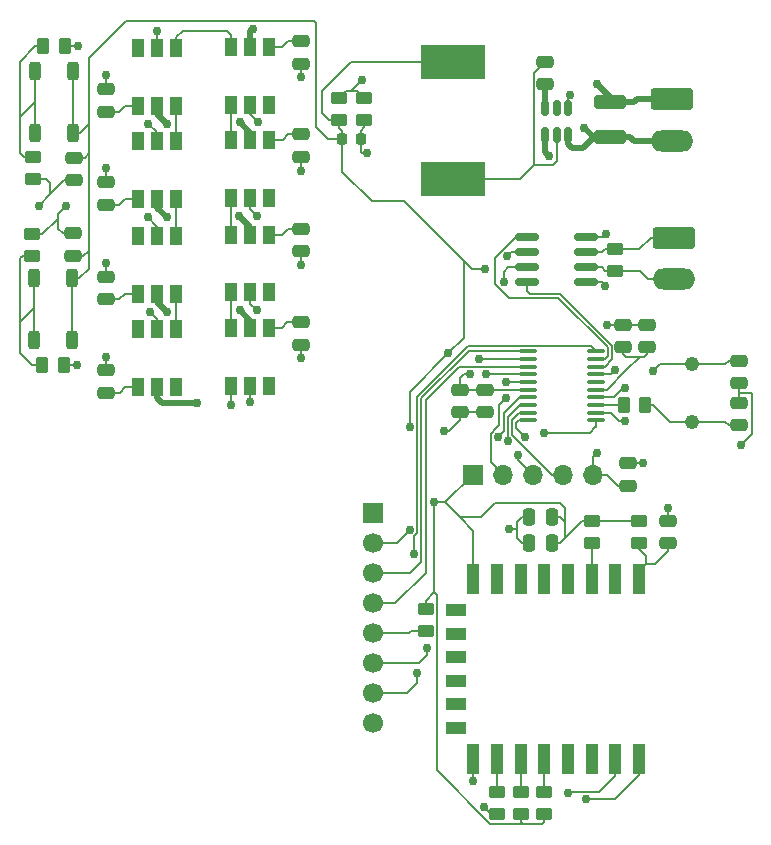
<source format=gbr>
%TF.GenerationSoftware,KiCad,Pcbnew,8.0.6*%
%TF.CreationDate,2024-12-14T14:20:07+01:00*%
%TF.ProjectId,PUEE,50554545-2e6b-4696-9361-645f70636258,rev?*%
%TF.SameCoordinates,Original*%
%TF.FileFunction,Copper,L1,Top*%
%TF.FilePolarity,Positive*%
%FSLAX46Y46*%
G04 Gerber Fmt 4.6, Leading zero omitted, Abs format (unit mm)*
G04 Created by KiCad (PCBNEW 8.0.6) date 2024-12-14 14:20:07*
%MOMM*%
%LPD*%
G01*
G04 APERTURE LIST*
G04 Aperture macros list*
%AMRoundRect*
0 Rectangle with rounded corners*
0 $1 Rounding radius*
0 $2 $3 $4 $5 $6 $7 $8 $9 X,Y pos of 4 corners*
0 Add a 4 corners polygon primitive as box body*
4,1,4,$2,$3,$4,$5,$6,$7,$8,$9,$2,$3,0*
0 Add four circle primitives for the rounded corners*
1,1,$1+$1,$2,$3*
1,1,$1+$1,$4,$5*
1,1,$1+$1,$6,$7*
1,1,$1+$1,$8,$9*
0 Add four rect primitives between the rounded corners*
20,1,$1+$1,$2,$3,$4,$5,0*
20,1,$1+$1,$4,$5,$6,$7,0*
20,1,$1+$1,$6,$7,$8,$9,0*
20,1,$1+$1,$8,$9,$2,$3,0*%
G04 Aperture macros list end*
%TA.AperFunction,SMDPad,CuDef*%
%ADD10RoundRect,0.250000X-0.475000X0.250000X-0.475000X-0.250000X0.475000X-0.250000X0.475000X0.250000X0*%
%TD*%
%TA.AperFunction,SMDPad,CuDef*%
%ADD11RoundRect,0.250000X-0.450000X0.262500X-0.450000X-0.262500X0.450000X-0.262500X0.450000X0.262500X0*%
%TD*%
%TA.AperFunction,SMDPad,CuDef*%
%ADD12RoundRect,0.250000X0.475000X-0.250000X0.475000X0.250000X-0.475000X0.250000X-0.475000X-0.250000X0*%
%TD*%
%TA.AperFunction,SMDPad,CuDef*%
%ADD13RoundRect,0.250000X-0.250000X-0.475000X0.250000X-0.475000X0.250000X0.475000X-0.250000X0.475000X0*%
%TD*%
%TA.AperFunction,SMDPad,CuDef*%
%ADD14R,1.000000X1.500000*%
%TD*%
%TA.AperFunction,ComponentPad*%
%ADD15RoundRect,0.250000X-1.550000X0.650000X-1.550000X-0.650000X1.550000X-0.650000X1.550000X0.650000X0*%
%TD*%
%TA.AperFunction,ComponentPad*%
%ADD16O,3.600000X1.800000*%
%TD*%
%TA.AperFunction,SMDPad,CuDef*%
%ADD17RoundRect,0.250000X0.450000X-0.262500X0.450000X0.262500X-0.450000X0.262500X-0.450000X-0.262500X0*%
%TD*%
%TA.AperFunction,SMDPad,CuDef*%
%ADD18RoundRect,0.250000X-0.250000X0.525000X-0.250000X-0.525000X0.250000X-0.525000X0.250000X0.525000X0*%
%TD*%
%TA.AperFunction,SMDPad,CuDef*%
%ADD19RoundRect,0.100000X0.637500X0.100000X-0.637500X0.100000X-0.637500X-0.100000X0.637500X-0.100000X0*%
%TD*%
%TA.AperFunction,SMDPad,CuDef*%
%ADD20RoundRect,0.250000X0.262500X0.450000X-0.262500X0.450000X-0.262500X-0.450000X0.262500X-0.450000X0*%
%TD*%
%TA.AperFunction,SMDPad,CuDef*%
%ADD21R,5.400000X2.900000*%
%TD*%
%TA.AperFunction,ComponentPad*%
%ADD22C,1.219200*%
%TD*%
%TA.AperFunction,ComponentPad*%
%ADD23R,1.700000X1.700000*%
%TD*%
%TA.AperFunction,ComponentPad*%
%ADD24C,1.700000*%
%TD*%
%TA.AperFunction,SMDPad,CuDef*%
%ADD25RoundRect,0.250000X-1.100000X0.325000X-1.100000X-0.325000X1.100000X-0.325000X1.100000X0.325000X0*%
%TD*%
%TA.AperFunction,SMDPad,CuDef*%
%ADD26R,1.000000X2.500000*%
%TD*%
%TA.AperFunction,SMDPad,CuDef*%
%ADD27R,1.800000X1.000000*%
%TD*%
%TA.AperFunction,ComponentPad*%
%ADD28O,1.700000X1.700000*%
%TD*%
%TA.AperFunction,SMDPad,CuDef*%
%ADD29RoundRect,0.250000X0.250000X-0.525000X0.250000X0.525000X-0.250000X0.525000X-0.250000X-0.525000X0*%
%TD*%
%TA.AperFunction,SMDPad,CuDef*%
%ADD30RoundRect,0.150000X-0.825000X-0.150000X0.825000X-0.150000X0.825000X0.150000X-0.825000X0.150000X0*%
%TD*%
%TA.AperFunction,SMDPad,CuDef*%
%ADD31RoundRect,0.225000X-0.225000X-0.250000X0.225000X-0.250000X0.225000X0.250000X-0.225000X0.250000X0*%
%TD*%
%TA.AperFunction,SMDPad,CuDef*%
%ADD32RoundRect,0.150000X0.150000X-0.512500X0.150000X0.512500X-0.150000X0.512500X-0.150000X-0.512500X0*%
%TD*%
%TA.AperFunction,ViaPad*%
%ADD33C,0.750000*%
%TD*%
%TA.AperFunction,Conductor*%
%ADD34C,0.200000*%
%TD*%
%TA.AperFunction,Conductor*%
%ADD35C,0.500000*%
%TD*%
G04 APERTURE END LIST*
D10*
%TO.P,C7,1*%
%TO.N,Net-(U1-PF0)*%
X177500000Y-76892400D03*
%TO.P,C7,2*%
%TO.N,-12V*%
X177500000Y-78792400D03*
%TD*%
D11*
%TO.P,R2,1*%
%TO.N,VDD*%
X169000000Y-90487500D03*
%TO.P,R2,2*%
%TO.N,Net-(U2-~{RST})*%
X169000000Y-92312500D03*
%TD*%
D12*
%TO.P,C22,1*%
%TO.N,Net-(U11-NC)*%
X123925000Y-79610000D03*
%TO.P,C22,2*%
%TO.N,-12V*%
X123925000Y-77710000D03*
%TD*%
D13*
%TO.P,C10,1*%
%TO.N,-12V*%
X159750000Y-92325000D03*
%TO.P,C10,2*%
%TO.N,VDD*%
X161650000Y-92325000D03*
%TD*%
D14*
%TO.P,U11,1,NC*%
%TO.N,Net-(U11-NC)*%
X126625000Y-79125000D03*
%TO.P,U11,2,VDD*%
%TO.N,+12V*%
X128225000Y-79125000D03*
%TO.P,U11,3,DO*%
%TO.N,unconnected-(U11-DO-Pad3)*%
X129825000Y-79125000D03*
%TO.P,U11,4,DI*%
%TO.N,Net-(U10-DO)*%
X129825000Y-74225000D03*
%TO.P,U11,5,GND*%
%TO.N,-12V*%
X128225000Y-74225000D03*
%TO.P,U11,6,BI*%
%TO.N,unconnected-(U11-BI-Pad6)*%
X126625000Y-74225000D03*
%TD*%
D15*
%TO.P,J1,1,Pin_1*%
%TO.N,/CAN_H*%
X172000000Y-66500000D03*
D16*
%TO.P,J1,2,Pin_2*%
%TO.N,/CAN_L*%
X172000000Y-70000000D03*
%TD*%
D17*
%TO.P,R7,1*%
%TO.N,Net-(R7-Pad1)*%
X117650000Y-68012500D03*
%TO.P,R7,2*%
%TO.N,/GPIO_Button2*%
X117650000Y-66187500D03*
%TD*%
%TO.P,R6,1*%
%TO.N,-12V*%
X157000000Y-115262500D03*
%TO.P,R6,2*%
%TO.N,Net-(U2-GPIO15)*%
X157000000Y-113437500D03*
%TD*%
D18*
%TO.P,SW2,1,1*%
%TO.N,VDD*%
X121100000Y-52375000D03*
X121100000Y-57625000D03*
%TO.P,SW2,2,2*%
%TO.N,Net-(R10-Pad2)*%
X117900000Y-52375000D03*
X117900000Y-57625000D03*
%TD*%
D11*
%TO.P,R11,1*%
%TO.N,/CAN_H*%
X167025000Y-67452500D03*
%TO.P,R11,2*%
%TO.N,/CAN_L*%
X167025000Y-69277500D03*
%TD*%
D12*
%TO.P,C21,1*%
%TO.N,Net-(U10-NC)*%
X123925000Y-71710000D03*
%TO.P,C21,2*%
%TO.N,-12V*%
X123925000Y-69810000D03*
%TD*%
D14*
%TO.P,U6,1,NC*%
%TO.N,Net-(U6-NC)*%
X137700000Y-58225000D03*
%TO.P,U6,2,VDD*%
%TO.N,+12V*%
X136100000Y-58225000D03*
%TO.P,U6,3,DO*%
%TO.N,Net-(U6-DO)*%
X134500000Y-58225000D03*
%TO.P,U6,4,DI*%
%TO.N,Net-(U5-DO)*%
X134500000Y-63125000D03*
%TO.P,U6,5,GND*%
%TO.N,-12V*%
X136100000Y-63125000D03*
%TO.P,U6,6,BI*%
%TO.N,unconnected-(U6-BI-Pad6)*%
X137700000Y-63125000D03*
%TD*%
D19*
%TO.P,U1,1,PB8*%
%TO.N,/GPIO_OLED*%
X165375000Y-81950000D03*
%TO.P,U1,2,PF0*%
%TO.N,Net-(U1-PF0)*%
X165375000Y-81300000D03*
%TO.P,U1,3,PF1*%
%TO.N,Net-(U1-PF1)*%
X165375000Y-80650000D03*
%TO.P,U1,4,NRST*%
%TO.N,/NRST*%
X165375000Y-80000000D03*
%TO.P,U1,5,VDDA*%
%TO.N,VDDA*%
X165375000Y-79350000D03*
%TO.P,U1,6,PA0*%
%TO.N,unconnected-(U1-PA0-Pad6)*%
X165375000Y-78700000D03*
%TO.P,U1,7,PA1*%
%TO.N,/GPIO_Button1*%
X165375000Y-78050000D03*
%TO.P,U1,8,PA2*%
%TO.N,/USART2_TX*%
X165375000Y-77400000D03*
%TO.P,U1,9,PA3*%
%TO.N,/USART2_RX*%
X165375000Y-76750000D03*
%TO.P,U1,10,PA4*%
%TO.N,/SPI1_NSS*%
X165375000Y-76100000D03*
%TO.P,U1,11,PA5*%
%TO.N,/SPI1_SCK*%
X159650000Y-76100000D03*
%TO.P,U1,12,PA6*%
%TO.N,/GPIO_LED_RELAY1*%
X159650000Y-76750000D03*
%TO.P,U1,13,PA7*%
%TO.N,/SPI1_MOSI*%
X159650000Y-77400000D03*
%TO.P,U1,14,PB1*%
%TO.N,/GPIO_Button2*%
X159650000Y-78050000D03*
%TO.P,U1,15,VSSA*%
%TO.N,-12V*%
X159650000Y-78700000D03*
%TO.P,U1,16,VDD*%
%TO.N,VDD*%
X159650000Y-79350000D03*
%TO.P,U1,17,PA9/PA11*%
%TO.N,/USART1_TX*%
X159650000Y-80000000D03*
%TO.P,U1,18,PA10/PA12*%
%TO.N,/USART1_RX*%
X159650000Y-80650000D03*
%TO.P,U1,19,PA13*%
%TO.N,/SWDIO*%
X159650000Y-81300000D03*
%TO.P,U1,20,PA14*%
%TO.N,/SWCLK*%
X159650000Y-81950000D03*
%TD*%
D10*
%TO.P,C18,1*%
%TO.N,Net-(U7-NC)*%
X140400000Y-49840000D03*
%TO.P,C18,2*%
%TO.N,-12V*%
X140400000Y-51740000D03*
%TD*%
D13*
%TO.P,C9,1*%
%TO.N,-12V*%
X159750000Y-90125000D03*
%TO.P,C9,2*%
%TO.N,VDD*%
X161650000Y-90125000D03*
%TD*%
D12*
%TO.P,C13,1*%
%TO.N,VDD*%
X121100000Y-68030000D03*
%TO.P,C13,2*%
%TO.N,/GPIO_Button2*%
X121100000Y-66130000D03*
%TD*%
D20*
%TO.P,R9,1*%
%TO.N,-12V*%
X120312500Y-77250000D03*
%TO.P,R9,2*%
%TO.N,Net-(R7-Pad1)*%
X118487500Y-77250000D03*
%TD*%
D15*
%TO.P,J2,1,Pin_1*%
%TO.N,-12V*%
X171857500Y-54767500D03*
D16*
%TO.P,J2,2,Pin_2*%
%TO.N,+12V*%
X171857500Y-58267500D03*
%TD*%
D21*
%TO.P,L1,1,1*%
%TO.N,Net-(U3-SW)*%
X153300000Y-61525000D03*
%TO.P,L1,2,2*%
%TO.N,VDD*%
X153300000Y-51625000D03*
%TD*%
D12*
%TO.P,C19,1*%
%TO.N,Net-(U8-NC)*%
X123925000Y-55810000D03*
%TO.P,C19,2*%
%TO.N,-12V*%
X123925000Y-53910000D03*
%TD*%
D11*
%TO.P,R4,1*%
%TO.N,Net-(U2-GPIO0)*%
X161000000Y-113437500D03*
%TO.P,R4,2*%
%TO.N,VDD*%
X161000000Y-115262500D03*
%TD*%
%TO.P,R5,1*%
%TO.N,Net-(U2-GPIO2)*%
X159000000Y-113437500D03*
%TO.P,R5,2*%
%TO.N,VDD*%
X159000000Y-115262500D03*
%TD*%
D17*
%TO.P,R14,1*%
%TO.N,Net-(Brd1-RES)*%
X150950000Y-99762500D03*
%TO.P,R14,2*%
%TO.N,VDD*%
X150950000Y-97937500D03*
%TD*%
D12*
%TO.P,C12,1*%
%TO.N,Net-(U3-BOOT)*%
X161090000Y-53480000D03*
%TO.P,C12,2*%
%TO.N,Net-(U3-SW)*%
X161090000Y-51580000D03*
%TD*%
D22*
%TO.P,Y2,1,1*%
%TO.N,Net-(C6-Pad1)*%
X173525000Y-82065000D03*
%TO.P,Y2,2,2*%
%TO.N,Net-(U1-PF0)*%
X173525000Y-77184999D03*
%TD*%
D10*
%TO.P,C2,1*%
%TO.N,VDD*%
X156000000Y-79350000D03*
%TO.P,C2,2*%
%TO.N,-12V*%
X156000000Y-81250000D03*
%TD*%
%TO.P,C1,1*%
%TO.N,VDD*%
X153875000Y-79350000D03*
%TO.P,C1,2*%
%TO.N,-12V*%
X153875000Y-81250000D03*
%TD*%
D23*
%TO.P,Brd1,1,GND*%
%TO.N,-12V*%
X146500000Y-89800000D03*
D24*
%TO.P,Brd1,2,VCC*%
%TO.N,VDD*%
X146500000Y-92340000D03*
%TO.P,Brd1,3,D0*%
%TO.N,/SPI1_SCK*%
X146500000Y-94880000D03*
%TO.P,Brd1,4,D1*%
%TO.N,/SPI1_MOSI*%
X146500000Y-97420000D03*
%TO.P,Brd1,5,RES*%
%TO.N,Net-(Brd1-RES)*%
X146500000Y-99960000D03*
%TO.P,Brd1,6,DC*%
%TO.N,/GPIO_OLED*%
X146500000Y-102500000D03*
%TO.P,Brd1,7,CS*%
%TO.N,/SPI1_NSS*%
X146500000Y-105040000D03*
%TO.P,Brd1,8*%
%TO.N,N/C*%
X146500000Y-107580000D03*
%TD*%
D25*
%TO.P,C11,1*%
%TO.N,-12V*%
X166600000Y-55025000D03*
%TO.P,C11,2*%
%TO.N,+12V*%
X166600000Y-57975000D03*
%TD*%
D26*
%TO.P,U2,1,~{RST}*%
%TO.N,Net-(U2-~{RST})*%
X169000000Y-95400000D03*
%TO.P,U2,2,ADC*%
%TO.N,unconnected-(U2-ADC-Pad2)*%
X167000000Y-95400000D03*
%TO.P,U2,3,EN*%
%TO.N,Net-(U2-EN)*%
X165000000Y-95400000D03*
%TO.P,U2,4,GPIO16*%
%TO.N,unconnected-(U2-GPIO16-Pad4)*%
X163000000Y-95400000D03*
%TO.P,U2,5,GPIO14*%
%TO.N,unconnected-(U2-GPIO14-Pad5)*%
X161000000Y-95400000D03*
%TO.P,U2,6,GPIO12*%
%TO.N,unconnected-(U2-GPIO12-Pad6)*%
X159000000Y-95400000D03*
%TO.P,U2,7,GPIO13*%
%TO.N,unconnected-(U2-GPIO13-Pad7)*%
X157000000Y-95400000D03*
%TO.P,U2,8,VCC*%
%TO.N,VDD*%
X155000000Y-95400000D03*
D27*
%TO.P,U2,9,CS0*%
%TO.N,unconnected-(U2-CS0-Pad9)*%
X153500000Y-98000000D03*
%TO.P,U2,10,MISO*%
%TO.N,unconnected-(U2-MISO-Pad10)*%
X153500000Y-100000000D03*
%TO.P,U2,11,GPIO9*%
%TO.N,unconnected-(U2-GPIO9-Pad11)*%
X153500000Y-102000000D03*
%TO.P,U2,12,GPIO10*%
%TO.N,unconnected-(U2-GPIO10-Pad12)*%
X153500000Y-104000000D03*
%TO.P,U2,13,MOSI*%
%TO.N,unconnected-(U2-MOSI-Pad13)*%
X153500000Y-106000000D03*
%TO.P,U2,14,SCLK*%
%TO.N,unconnected-(U2-SCLK-Pad14)*%
X153500000Y-108000000D03*
D26*
%TO.P,U2,15,GND*%
%TO.N,-12V*%
X155000000Y-110600000D03*
%TO.P,U2,16,GPIO15*%
%TO.N,Net-(U2-GPIO15)*%
X157000000Y-110600000D03*
%TO.P,U2,17,GPIO2*%
%TO.N,Net-(U2-GPIO2)*%
X159000000Y-110600000D03*
%TO.P,U2,18,GPIO0*%
%TO.N,Net-(U2-GPIO0)*%
X161000000Y-110600000D03*
%TO.P,U2,19,GPIO4*%
%TO.N,unconnected-(U2-GPIO4-Pad19)*%
X163000000Y-110600000D03*
%TO.P,U2,20,GPIO5*%
%TO.N,unconnected-(U2-GPIO5-Pad20)*%
X165000000Y-110600000D03*
%TO.P,U2,21,GPIO3/RXD*%
%TO.N,/USART1_TX*%
X167000000Y-110600000D03*
%TO.P,U2,22,GPIO1/TXD*%
%TO.N,/USART1_RX*%
X169000000Y-110600000D03*
%TD*%
D10*
%TO.P,C16,1*%
%TO.N,Net-(U5-NC)*%
X140400000Y-65740000D03*
%TO.P,C16,2*%
%TO.N,-12V*%
X140400000Y-67640000D03*
%TD*%
D14*
%TO.P,U8,1,NC*%
%TO.N,Net-(U8-NC)*%
X126625000Y-55325000D03*
%TO.P,U8,2,VDD*%
%TO.N,+12V*%
X128225000Y-55325000D03*
%TO.P,U8,3,DO*%
%TO.N,Net-(U8-DO)*%
X129825000Y-55325000D03*
%TO.P,U8,4,DI*%
%TO.N,Net-(U7-DO)*%
X129825000Y-50425000D03*
%TO.P,U8,5,GND*%
%TO.N,-12V*%
X128225000Y-50425000D03*
%TO.P,U8,6,BI*%
%TO.N,unconnected-(U8-BI-Pad6)*%
X126625000Y-50425000D03*
%TD*%
D20*
%TO.P,R10,1*%
%TO.N,-12V*%
X120412500Y-50250000D03*
%TO.P,R10,2*%
%TO.N,Net-(R10-Pad2)*%
X118587500Y-50250000D03*
%TD*%
D14*
%TO.P,U5,1,NC*%
%TO.N,Net-(U5-NC)*%
X137700000Y-66225000D03*
%TO.P,U5,2,VDD*%
%TO.N,+12V*%
X136100000Y-66225000D03*
%TO.P,U5,3,DO*%
%TO.N,Net-(U5-DO)*%
X134500000Y-66225000D03*
%TO.P,U5,4,DI*%
%TO.N,Net-(U4-DO)*%
X134500000Y-71125000D03*
%TO.P,U5,5,GND*%
%TO.N,-12V*%
X136100000Y-71125000D03*
%TO.P,U5,6,BI*%
%TO.N,unconnected-(U5-BI-Pad6)*%
X137700000Y-71125000D03*
%TD*%
D10*
%TO.P,C17,1*%
%TO.N,Net-(U6-NC)*%
X140400000Y-57740000D03*
%TO.P,C17,2*%
%TO.N,-12V*%
X140400000Y-59640000D03*
%TD*%
D12*
%TO.P,C5,1*%
%TO.N,/NRST*%
X168125000Y-87500000D03*
%TO.P,C5,2*%
%TO.N,-12V*%
X168125000Y-85600000D03*
%TD*%
D17*
%TO.P,R12,1*%
%TO.N,VDD*%
X143625000Y-56525000D03*
%TO.P,R12,2*%
%TO.N,Net-(U3-FB)*%
X143625000Y-54700000D03*
%TD*%
D23*
%TO.P,J7,1,Pin_1*%
%TO.N,VDD*%
X154962500Y-86550000D03*
D28*
%TO.P,J7,2,Pin_2*%
%TO.N,-12V*%
X157502500Y-86550000D03*
%TO.P,J7,3,Pin_3*%
%TO.N,/SWCLK*%
X160042500Y-86550000D03*
%TO.P,J7,4,Pin_4*%
%TO.N,/SWDIO*%
X162582500Y-86550000D03*
%TO.P,J7,5,Pin_5*%
%TO.N,/NRST*%
X165122500Y-86550000D03*
%TD*%
D14*
%TO.P,U7,1,NC*%
%TO.N,Net-(U7-NC)*%
X137700000Y-50325000D03*
%TO.P,U7,2,VDD*%
%TO.N,+12V*%
X136100000Y-50325000D03*
%TO.P,U7,3,DO*%
%TO.N,Net-(U7-DO)*%
X134500000Y-50325000D03*
%TO.P,U7,4,DI*%
%TO.N,Net-(U6-DO)*%
X134500000Y-55225000D03*
%TO.P,U7,5,GND*%
%TO.N,-12V*%
X136100000Y-55225000D03*
%TO.P,U7,6,BI*%
%TO.N,unconnected-(U7-BI-Pad6)*%
X137700000Y-55225000D03*
%TD*%
D10*
%TO.P,C8,1*%
%TO.N,-12V*%
X171500000Y-90430000D03*
%TO.P,C8,2*%
%TO.N,Net-(U2-~{RST})*%
X171500000Y-92330000D03*
%TD*%
D17*
%TO.P,R8,1*%
%TO.N,/GPIO_Button1*%
X117750000Y-61512500D03*
%TO.P,R8,2*%
%TO.N,Net-(R10-Pad2)*%
X117750000Y-59687500D03*
%TD*%
D12*
%TO.P,C3,1*%
%TO.N,VDDA*%
X169675000Y-75750000D03*
%TO.P,C3,2*%
%TO.N,-12V*%
X169675000Y-73850000D03*
%TD*%
%TO.P,C4,1*%
%TO.N,VDDA*%
X167700000Y-75750000D03*
%TO.P,C4,2*%
%TO.N,-12V*%
X167700000Y-73850000D03*
%TD*%
D14*
%TO.P,U4,1,NC*%
%TO.N,Net-(U4-NC)*%
X137700000Y-74125000D03*
%TO.P,U4,2,VDD*%
%TO.N,+12V*%
X136100000Y-74125000D03*
%TO.P,U4,3,DO*%
%TO.N,Net-(U4-DO)*%
X134500000Y-74125000D03*
%TO.P,U4,4,DI*%
%TO.N,/GPIO_LED_RELAY1*%
X134500000Y-79025000D03*
%TO.P,U4,5,GND*%
%TO.N,-12V*%
X136100000Y-79025000D03*
%TO.P,U4,6,BI*%
%TO.N,unconnected-(U4-BI-Pad6)*%
X137700000Y-79025000D03*
%TD*%
D12*
%TO.P,C6,1*%
%TO.N,Net-(C6-Pad1)*%
X177500000Y-82357600D03*
%TO.P,C6,2*%
%TO.N,-12V*%
X177500000Y-80457600D03*
%TD*%
D11*
%TO.P,R3,1*%
%TO.N,VDD*%
X165000000Y-90487500D03*
%TO.P,R3,2*%
%TO.N,Net-(U2-EN)*%
X165000000Y-92312500D03*
%TD*%
D14*
%TO.P,U10,1,NC*%
%TO.N,Net-(U10-NC)*%
X126625000Y-71225000D03*
%TO.P,U10,2,VDD*%
%TO.N,+12V*%
X128225000Y-71225000D03*
%TO.P,U10,3,DO*%
%TO.N,Net-(U10-DO)*%
X129825000Y-71225000D03*
%TO.P,U10,4,DI*%
%TO.N,Net-(U10-DI)*%
X129825000Y-66325000D03*
%TO.P,U10,5,GND*%
%TO.N,-12V*%
X128225000Y-66325000D03*
%TO.P,U10,6,BI*%
%TO.N,unconnected-(U10-BI-Pad6)*%
X126625000Y-66325000D03*
%TD*%
D20*
%TO.P,R1,1*%
%TO.N,Net-(C6-Pad1)*%
X169537500Y-80650000D03*
%TO.P,R1,2*%
%TO.N,Net-(U1-PF1)*%
X167712500Y-80650000D03*
%TD*%
D14*
%TO.P,U9,1,NC*%
%TO.N,Net-(U9-NC)*%
X126625000Y-63225000D03*
%TO.P,U9,2,VDD*%
%TO.N,+12V*%
X128225000Y-63225000D03*
%TO.P,U9,3,DO*%
%TO.N,Net-(U10-DI)*%
X129825000Y-63225000D03*
%TO.P,U9,4,DI*%
%TO.N,Net-(U8-DO)*%
X129825000Y-58325000D03*
%TO.P,U9,5,GND*%
%TO.N,-12V*%
X128225000Y-58325000D03*
%TO.P,U9,6,BI*%
%TO.N,unconnected-(U9-BI-Pad6)*%
X126625000Y-58325000D03*
%TD*%
D29*
%TO.P,SW1,1,1*%
%TO.N,Net-(R7-Pad1)*%
X117800000Y-75125000D03*
X117800000Y-69875000D03*
%TO.P,SW1,2,2*%
%TO.N,VDD*%
X121000000Y-75125000D03*
X121000000Y-69875000D03*
%TD*%
D10*
%TO.P,C15,1*%
%TO.N,Net-(U4-NC)*%
X140400000Y-73640000D03*
%TO.P,C15,2*%
%TO.N,-12V*%
X140400000Y-75540000D03*
%TD*%
D30*
%TO.P,U13,1,D*%
%TO.N,/USART2_RX*%
X159550000Y-66460000D03*
%TO.P,U13,2,GND*%
%TO.N,-12V*%
X159550000Y-67730000D03*
%TO.P,U13,3,VCC*%
%TO.N,VDD*%
X159550000Y-69000000D03*
%TO.P,U13,4,R*%
%TO.N,/USART2_TX*%
X159550000Y-70270000D03*
%TO.P,U13,5,Vref*%
%TO.N,-12V*%
X164500000Y-70270000D03*
%TO.P,U13,6,CANL*%
%TO.N,/CAN_L*%
X164500000Y-69000000D03*
%TO.P,U13,7,CANH*%
%TO.N,/CAN_H*%
X164500000Y-67730000D03*
%TO.P,U13,8,Rs*%
%TO.N,-12V*%
X164500000Y-66460000D03*
%TD*%
D11*
%TO.P,R13,1*%
%TO.N,Net-(U3-FB)*%
X145725000Y-54700000D03*
%TO.P,R13,2*%
%TO.N,-12V*%
X145725000Y-56525000D03*
%TD*%
D31*
%TO.P,C23,1*%
%TO.N,VDD*%
X143900000Y-58100000D03*
%TO.P,C23,2*%
%TO.N,-12V*%
X145450000Y-58100000D03*
%TD*%
D32*
%TO.P,U3,1,GND*%
%TO.N,-12V*%
X161087500Y-57762500D03*
%TO.P,U3,2,SW*%
%TO.N,Net-(U3-SW)*%
X162037500Y-57762500D03*
%TO.P,U3,3,VIN*%
%TO.N,+12V*%
X162987500Y-57762500D03*
%TO.P,U3,4,FB*%
%TO.N,Net-(U3-FB)*%
X162987500Y-55487500D03*
%TO.P,U3,5,EN*%
%TO.N,unconnected-(U3-EN-Pad5)*%
X162037500Y-55487500D03*
%TO.P,U3,6,BOOT*%
%TO.N,Net-(U3-BOOT)*%
X161087500Y-55487500D03*
%TD*%
D12*
%TO.P,C20,1*%
%TO.N,Net-(U9-NC)*%
X123925000Y-63710000D03*
%TO.P,C20,2*%
%TO.N,-12V*%
X123925000Y-61810000D03*
%TD*%
D10*
%TO.P,C14,1*%
%TO.N,VDD*%
X121200000Y-59700000D03*
%TO.P,C14,2*%
%TO.N,/GPIO_Button1*%
X121200000Y-61600000D03*
%TD*%
D33*
%TO.N,VDD*%
X151700000Y-88900000D03*
X152875000Y-76275000D03*
X156000000Y-69150000D03*
X149625000Y-82550000D03*
X149625000Y-91225000D03*
X157550000Y-70225000D03*
X154725000Y-78050000D03*
%TO.N,/GPIO_OLED*%
X160950000Y-83000000D03*
X151100000Y-101250000D03*
%TO.N,/SPI1_NSS*%
X150250000Y-103350000D03*
X149950000Y-93300000D03*
%TO.N,-12V*%
X140400000Y-68825000D03*
X121450000Y-77250000D03*
X157859442Y-68059443D03*
X165475000Y-53475000D03*
X152500000Y-82850000D03*
X123925000Y-68650000D03*
X166200000Y-66150000D03*
X136650000Y-64625000D03*
X123925000Y-76550000D03*
X161412500Y-59536722D03*
X136100000Y-80375000D03*
X166350000Y-73850000D03*
X157800000Y-80100000D03*
X140400000Y-76700000D03*
X166150000Y-70550000D03*
X123925000Y-52750000D03*
X177650000Y-84050000D03*
X127450000Y-64775000D03*
X128225000Y-48975000D03*
X136800000Y-56725000D03*
X140400000Y-60825000D03*
X158050000Y-91150000D03*
X155872425Y-114677575D03*
X145954442Y-59345558D03*
X140400000Y-52900000D03*
X121525000Y-50250000D03*
X157800000Y-78700000D03*
X123925000Y-60600000D03*
X169400000Y-85600000D03*
X155000000Y-112450000D03*
X127475000Y-56825000D03*
X136650000Y-72625000D03*
X127600000Y-72775000D03*
X171500000Y-89400000D03*
%TO.N,/NRST*%
X165425000Y-84725000D03*
X167800000Y-79250000D03*
%TO.N,Net-(U1-PF0)*%
X167800000Y-82000000D03*
X170225000Y-77750000D03*
%TO.N,+12V*%
X131625000Y-80475000D03*
X164325000Y-57175000D03*
X135200000Y-72625000D03*
X135200000Y-56700000D03*
X129050000Y-72775000D03*
X136300000Y-48800000D03*
X129050000Y-56825000D03*
X135175000Y-64625000D03*
X129050000Y-64775000D03*
%TO.N,/GPIO_Button2*%
X120475000Y-63800000D03*
X156075000Y-78050000D03*
%TO.N,/GPIO_Button1*%
X118200000Y-63775000D03*
X167025000Y-77700000D03*
%TO.N,/GPIO_LED_RELAY1*%
X155450000Y-76775000D03*
X134500000Y-80650000D03*
%TO.N,/SWCLK*%
X158800000Y-84875000D03*
X159329442Y-83320558D03*
%TO.N,Net-(U3-FB)*%
X145600000Y-53150000D03*
X163150000Y-54400000D03*
%TO.N,/USART1_RX*%
X157907672Y-83666557D03*
X164500000Y-114050000D03*
%TO.N,/USART1_TX*%
X157075000Y-83325000D03*
X163050000Y-113500000D03*
%TD*%
D34*
%TO.N,VDD*%
X121100000Y-57625000D02*
X121700000Y-57625000D01*
X154169974Y-78050000D02*
X154725000Y-78050000D01*
X162325000Y-90125000D02*
X162750000Y-90550000D01*
X143900000Y-58100000D02*
X142650000Y-58100000D01*
X153875000Y-79350000D02*
X156000000Y-79350000D01*
X143900000Y-57475000D02*
X143900000Y-58100000D01*
X151700000Y-96525000D02*
X151700000Y-88900000D01*
X162750000Y-91900000D02*
X162325000Y-92325000D01*
X162750000Y-90550000D02*
X162750000Y-91900000D01*
X165000000Y-90487500D02*
X164162500Y-90487500D01*
X161650000Y-90125000D02*
X162325000Y-90125000D01*
X141650000Y-48300000D02*
X141525000Y-48175000D01*
X151900000Y-111589034D02*
X156410966Y-116100000D01*
X142650000Y-58100000D02*
X141650000Y-57100000D01*
X142800000Y-56525000D02*
X143625000Y-56525000D01*
X151700000Y-96525000D02*
X151900000Y-96725000D01*
X121700000Y-57625000D02*
X122425000Y-56900000D01*
X143625000Y-57200000D02*
X143900000Y-57475000D01*
X154200000Y-68475000D02*
X154200000Y-74950000D01*
X122425000Y-67500000D02*
X122425000Y-66705000D01*
X144625000Y-51625000D02*
X142175000Y-54075000D01*
X121100000Y-68030000D02*
X121970000Y-68030000D01*
X121000000Y-69875000D02*
X121650000Y-69875000D01*
X161000000Y-115925000D02*
X160825000Y-116100000D01*
X152612500Y-88900000D02*
X153843750Y-90131250D01*
X155650000Y-90125000D02*
X153850000Y-90125000D01*
X154200000Y-74950000D02*
X152875000Y-76275000D01*
X154200000Y-68475000D02*
X154875000Y-69150000D01*
X161000000Y-115262500D02*
X161000000Y-115925000D01*
X162375000Y-88975000D02*
X156800000Y-88975000D01*
X159650000Y-79350000D02*
X156000000Y-79350000D01*
X149125000Y-63400000D02*
X154200000Y-68475000D01*
X156410966Y-116100000D02*
X159175000Y-116100000D01*
X155000000Y-91287500D02*
X155000000Y-95400000D01*
X151700000Y-88900000D02*
X152612500Y-88900000D01*
X157550000Y-70225000D02*
X157550000Y-69375000D01*
X121970000Y-68030000D02*
X122425000Y-67575000D01*
X122425000Y-59075000D02*
X122425000Y-66705000D01*
X122425000Y-51300000D02*
X122425000Y-59075000D01*
X122425000Y-69100000D02*
X122425000Y-67500000D01*
X121200000Y-59700000D02*
X122075000Y-59700000D01*
X150950000Y-97937500D02*
X150950000Y-97275000D01*
X162325000Y-92325000D02*
X161650000Y-92325000D01*
X149625000Y-79525000D02*
X149625000Y-82550000D01*
X148510000Y-92340000D02*
X146500000Y-92340000D01*
X162750000Y-89350000D02*
X162375000Y-88975000D01*
X162750000Y-90550000D02*
X162750000Y-89350000D01*
X159000000Y-115262500D02*
X159000000Y-115925000D01*
X122425000Y-67575000D02*
X122425000Y-67500000D01*
X153875000Y-79350000D02*
X153875000Y-78344974D01*
X157550000Y-69375000D02*
X157925000Y-69000000D01*
X142175000Y-55900000D02*
X142800000Y-56525000D01*
X121000000Y-75125000D02*
X121000000Y-69875000D01*
X159175000Y-116100000D02*
X159000000Y-115925000D01*
X157925000Y-69000000D02*
X159550000Y-69000000D01*
X141525000Y-48175000D02*
X125550000Y-48175000D01*
X152875000Y-76275000D02*
X149625000Y-79525000D01*
X153850000Y-90125000D02*
X153843750Y-90131250D01*
X151900000Y-96725000D02*
X151900000Y-111589034D01*
X153875000Y-78344974D02*
X154169974Y-78050000D01*
X143625000Y-56525000D02*
X143625000Y-57200000D01*
X149625000Y-91225000D02*
X148510000Y-92340000D01*
X122425000Y-59350000D02*
X122425000Y-59075000D01*
X141650000Y-57100000D02*
X141650000Y-48300000D01*
X154875000Y-69150000D02*
X156000000Y-69150000D01*
X125550000Y-48175000D02*
X122425000Y-51300000D01*
X121650000Y-69875000D02*
X122425000Y-69100000D01*
X122075000Y-59700000D02*
X122425000Y-59350000D01*
X165000000Y-90487500D02*
X169000000Y-90487500D01*
X164162500Y-90487500D02*
X162750000Y-91900000D01*
X150950000Y-97275000D02*
X151700000Y-96525000D01*
X121100000Y-52375000D02*
X121100000Y-57625000D01*
X146400000Y-63400000D02*
X149125000Y-63400000D01*
X153843750Y-90131250D02*
X155000000Y-91287500D01*
X156800000Y-88975000D02*
X155650000Y-90125000D01*
X153300000Y-51625000D02*
X144625000Y-51625000D01*
X160825000Y-116100000D02*
X159175000Y-116100000D01*
X143900000Y-60900000D02*
X146400000Y-63400000D01*
X142175000Y-54075000D02*
X142175000Y-55900000D01*
X152612500Y-88900000D02*
X154962500Y-86550000D01*
X143900000Y-58100000D02*
X143900000Y-60900000D01*
%TO.N,/GPIO_OLED*%
X164850000Y-83000000D02*
X160950000Y-83000000D01*
X165325000Y-82525000D02*
X164850000Y-83000000D01*
X151100000Y-101775000D02*
X150375000Y-102500000D01*
X150375000Y-102500000D02*
X146500000Y-102500000D01*
X151100000Y-101250000D02*
X151100000Y-101775000D01*
X165375000Y-81950000D02*
X165375000Y-82475000D01*
X165375000Y-82475000D02*
X165325000Y-82525000D01*
%TO.N,Net-(Brd1-RES)*%
X146500000Y-99960000D02*
X149515000Y-99960000D01*
X150950000Y-99762500D02*
X149712500Y-99762500D01*
X149712500Y-99762500D02*
X149515000Y-99960000D01*
%TO.N,/SPI1_MOSI*%
X148380000Y-97420000D02*
X146500000Y-97420000D01*
X150950000Y-80239948D02*
X150950000Y-94850000D01*
X150950000Y-94850000D02*
X148380000Y-97420000D01*
X159650000Y-77400000D02*
X153789948Y-77400000D01*
X153789948Y-77400000D02*
X150950000Y-80239948D01*
%TO.N,/SPI1_NSS*%
X154550000Y-75650000D02*
X164925000Y-75650000D01*
X150250000Y-91483884D02*
X150250000Y-79950000D01*
X149950000Y-91783884D02*
X150250000Y-91483884D01*
X150250000Y-103350000D02*
X150250000Y-104200000D01*
X149950000Y-93300000D02*
X149950000Y-91783884D01*
X149410000Y-105040000D02*
X146500000Y-105040000D01*
X164925000Y-75650000D02*
X165375000Y-76100000D01*
X150250000Y-79950000D02*
X154550000Y-75650000D01*
X150250000Y-104200000D02*
X149410000Y-105040000D01*
%TO.N,/SPI1_SCK*%
X150600000Y-93950000D02*
X150600000Y-80094974D01*
X154619974Y-76075000D02*
X159625000Y-76075000D01*
X150600000Y-80094974D02*
X154619974Y-76075000D01*
X149670000Y-94880000D02*
X150600000Y-93950000D01*
X159625000Y-76075000D02*
X159650000Y-76100000D01*
X146500000Y-94880000D02*
X149670000Y-94880000D01*
%TO.N,-12V*%
X136100000Y-79025000D02*
X136100000Y-80375000D01*
X140400000Y-75540000D02*
X140400000Y-76700000D01*
X128225000Y-65550000D02*
X127450000Y-64775000D01*
X136100000Y-56025000D02*
X136800000Y-56725000D01*
X145450000Y-58100000D02*
X145450000Y-59225000D01*
X136100000Y-71125000D02*
X136100000Y-72075000D01*
X140400000Y-51740000D02*
X140400000Y-52900000D01*
X159550000Y-67730000D02*
X158188885Y-67730000D01*
X140400000Y-59640000D02*
X140400000Y-60825000D01*
D35*
X168882500Y-54767500D02*
X168625000Y-55025000D01*
D34*
X136100000Y-55225000D02*
X136100000Y-56025000D01*
X128225000Y-74225000D02*
X128225000Y-73400000D01*
X169400000Y-85600000D02*
X168125000Y-85600000D01*
X136100000Y-64075000D02*
X136650000Y-64625000D01*
X157502500Y-86550000D02*
X156450000Y-85497500D01*
X157207672Y-80692328D02*
X157800000Y-80100000D01*
X123925000Y-53910000D02*
X123925000Y-52750000D01*
D35*
X166600000Y-54600000D02*
X165475000Y-53475000D01*
D34*
X159100000Y-90125000D02*
X158675000Y-90550000D01*
X145450000Y-59225000D02*
X145570558Y-59345558D01*
D35*
X171857500Y-54767500D02*
X168882500Y-54767500D01*
D34*
X178575000Y-83125000D02*
X177650000Y-84050000D01*
X145725000Y-56525000D02*
X145725000Y-57150000D01*
X123925000Y-61810000D02*
X123925000Y-60600000D01*
X120412500Y-50250000D02*
X121525000Y-50250000D01*
X171500000Y-89400000D02*
X171500000Y-90430000D01*
X157207672Y-81500000D02*
X157207672Y-80692328D01*
X153875000Y-81250000D02*
X153875000Y-81875000D01*
X128225000Y-66325000D02*
X128225000Y-65550000D01*
X158675000Y-91900000D02*
X159100000Y-92325000D01*
D35*
X161412500Y-59536722D02*
X161087500Y-59211722D01*
D34*
X167700000Y-73850000D02*
X166350000Y-73850000D01*
X178575000Y-79600000D02*
X178575000Y-83125000D01*
X165870000Y-70270000D02*
X166150000Y-70550000D01*
X158188885Y-67730000D02*
X157859442Y-68059443D01*
X159100000Y-92325000D02*
X159750000Y-92325000D01*
X159750000Y-90125000D02*
X159100000Y-90125000D01*
X158675000Y-91150000D02*
X158050000Y-91150000D01*
D35*
X168625000Y-55025000D02*
X166600000Y-55025000D01*
D34*
X140400000Y-67640000D02*
X140400000Y-68825000D01*
X120312500Y-77250000D02*
X121450000Y-77250000D01*
X155000000Y-112450000D02*
X155000000Y-110600000D01*
X167700000Y-73850000D02*
X169675000Y-73850000D01*
X177500000Y-79600000D02*
X178575000Y-79600000D01*
X156450000Y-85497500D02*
X156450000Y-83066116D01*
D35*
X161087500Y-59211722D02*
X161087500Y-57762500D01*
D34*
X164500000Y-70270000D02*
X165870000Y-70270000D01*
X128225000Y-73400000D02*
X127600000Y-72775000D01*
X145725000Y-57150000D02*
X145450000Y-57425000D01*
X158675000Y-91150000D02*
X158675000Y-91900000D01*
X156450000Y-83066116D02*
X156916116Y-82600000D01*
X136100000Y-63125000D02*
X136100000Y-64075000D01*
X136100000Y-72075000D02*
X136650000Y-72625000D01*
X164500000Y-66460000D02*
X165890000Y-66460000D01*
X157000000Y-115262500D02*
X156457350Y-115262500D01*
X145450000Y-57425000D02*
X145450000Y-58100000D01*
X156916116Y-82600000D02*
X157207672Y-82308444D01*
X177500000Y-80457600D02*
X177500000Y-79600000D01*
X159650000Y-78700000D02*
X157800000Y-78700000D01*
X128225000Y-57575000D02*
X127475000Y-56825000D01*
X152900000Y-82850000D02*
X152500000Y-82850000D01*
X128225000Y-50425000D02*
X128225000Y-48975000D01*
X156457350Y-115262500D02*
X155872425Y-114677575D01*
X165890000Y-66460000D02*
X166200000Y-66150000D01*
X145570558Y-59345558D02*
X145954442Y-59345558D01*
X123925000Y-77710000D02*
X123925000Y-76550000D01*
X177500000Y-79600000D02*
X177500000Y-78792400D01*
X158675000Y-90550000D02*
X158675000Y-91150000D01*
X157207672Y-82308444D02*
X157207672Y-81500000D01*
X153875000Y-81875000D02*
X153850000Y-81900000D01*
X153875000Y-81250000D02*
X156000000Y-81250000D01*
D35*
X166600000Y-55025000D02*
X166600000Y-54600000D01*
D34*
X153850000Y-81900000D02*
X152900000Y-82850000D01*
X123925000Y-69810000D02*
X123925000Y-68650000D01*
X128225000Y-58325000D02*
X128225000Y-57575000D01*
%TO.N,VDDA*%
X167950000Y-77725000D02*
X169125000Y-76550000D01*
X167700000Y-76300000D02*
X167700000Y-75750000D01*
X169425000Y-76550000D02*
X169250000Y-76550000D01*
X169675000Y-76300000D02*
X169425000Y-76550000D01*
X169675000Y-75750000D02*
X169675000Y-76300000D01*
X165375000Y-79350000D02*
X166325000Y-79350000D01*
X169250000Y-76550000D02*
X167950000Y-76550000D01*
X169125000Y-76550000D02*
X169250000Y-76550000D01*
X167950000Y-76550000D02*
X167700000Y-76300000D01*
X166325000Y-79350000D02*
X167950000Y-77725000D01*
%TO.N,/NRST*%
X165122500Y-86550000D02*
X165122500Y-85027500D01*
X166935966Y-80000000D02*
X165375000Y-80000000D01*
X168125000Y-87500000D02*
X167250000Y-87500000D01*
X165122500Y-85027500D02*
X165425000Y-84725000D01*
X166300000Y-86550000D02*
X165122500Y-86550000D01*
X167800000Y-79250000D02*
X167685966Y-79250000D01*
X167685966Y-79250000D02*
X166935966Y-80000000D01*
X167250000Y-87500000D02*
X166300000Y-86550000D01*
%TO.N,Net-(C6-Pad1)*%
X170200000Y-80650000D02*
X171615000Y-82065000D01*
X176340000Y-82065000D02*
X173525000Y-82065000D01*
X169537500Y-80650000D02*
X170200000Y-80650000D01*
X177500000Y-82357600D02*
X176632600Y-82357600D01*
X176632600Y-82357600D02*
X176340000Y-82065000D01*
X171615000Y-82065000D02*
X173525000Y-82065000D01*
%TO.N,Net-(U1-PF0)*%
X173525000Y-77184999D02*
X170790001Y-77184999D01*
X176340001Y-77184999D02*
X173525000Y-77184999D01*
X177500000Y-76892400D02*
X176632600Y-76892400D01*
X170790001Y-77184999D02*
X170225000Y-77750000D01*
X176632600Y-76892400D02*
X176340001Y-77184999D01*
X166625000Y-81300000D02*
X165375000Y-81300000D01*
X167800000Y-82000000D02*
X167325000Y-82000000D01*
X167325000Y-82000000D02*
X166625000Y-81300000D01*
%TO.N,Net-(U2-~{RST})*%
X169575000Y-93400000D02*
X169575000Y-94100000D01*
X169000000Y-94675000D02*
X169575000Y-94100000D01*
X170400000Y-94100000D02*
X169575000Y-94100000D01*
X169137500Y-92312500D02*
X169000000Y-92312500D01*
X171500000Y-93000000D02*
X171500000Y-92330000D01*
X169000000Y-92312500D02*
X169000000Y-92825000D01*
X169000000Y-95400000D02*
X169000000Y-94675000D01*
X171500000Y-93000000D02*
X170400000Y-94100000D01*
X169000000Y-92825000D02*
X169575000Y-93400000D01*
D35*
%TO.N,+12V*%
X162987500Y-58537500D02*
X162987500Y-57762500D01*
X163375000Y-58925000D02*
X162987500Y-58537500D01*
X165200000Y-57975000D02*
X164400000Y-57175000D01*
X166600000Y-57975000D02*
X165200000Y-57975000D01*
X128225000Y-56000000D02*
X129050000Y-56825000D01*
X128225000Y-63225000D02*
X128225000Y-63950000D01*
X128675000Y-80475000D02*
X131625000Y-80475000D01*
X128225000Y-71950000D02*
X128225000Y-71225000D01*
X136100000Y-49000000D02*
X136300000Y-48800000D01*
X164250000Y-58925000D02*
X163375000Y-58925000D01*
X135200000Y-72625000D02*
X136100000Y-73525000D01*
X136100000Y-57600000D02*
X135200000Y-56700000D01*
X129050000Y-72775000D02*
X128225000Y-71950000D01*
X136100000Y-73525000D02*
X136100000Y-74125000D01*
X168300000Y-57975000D02*
X166600000Y-57975000D01*
X171857500Y-58267500D02*
X168592500Y-58267500D01*
X128225000Y-79125000D02*
X128225000Y-80025000D01*
X128225000Y-55325000D02*
X128225000Y-56000000D01*
X136100000Y-65550000D02*
X135175000Y-64625000D01*
X164400000Y-57175000D02*
X164325000Y-57175000D01*
X128225000Y-63950000D02*
X129050000Y-64775000D01*
X136100000Y-50325000D02*
X136100000Y-49000000D01*
X168592500Y-58267500D02*
X168300000Y-57975000D01*
X165200000Y-57975000D02*
X164250000Y-58925000D01*
X136100000Y-58225000D02*
X136100000Y-57600000D01*
X128225000Y-80025000D02*
X128675000Y-80475000D01*
X136100000Y-66225000D02*
X136100000Y-65550000D01*
D34*
%TO.N,Net-(U3-SW)*%
X162037500Y-57762500D02*
X162037500Y-60012500D01*
X158937499Y-61525000D02*
X153300000Y-61525000D01*
X160115000Y-60347500D02*
X160056250Y-60406250D01*
X160115000Y-52555000D02*
X160115000Y-60347500D01*
X160056250Y-60406250D02*
X158937499Y-61525000D01*
X161090000Y-51580000D02*
X160115000Y-52555000D01*
X161702500Y-60347500D02*
X160115000Y-60347500D01*
X162037500Y-60012500D02*
X161702500Y-60347500D01*
D35*
%TO.N,Net-(U3-BOOT)*%
X161090000Y-54260000D02*
X161090000Y-53480000D01*
X161087500Y-54262500D02*
X161090000Y-54260000D01*
X161087500Y-55487500D02*
X161087500Y-54262500D01*
D34*
%TO.N,/GPIO_Button2*%
X121100000Y-66130000D02*
X120230000Y-66130000D01*
X159650000Y-78050000D02*
X156075000Y-78050000D01*
X119825000Y-64750000D02*
X119825000Y-64450000D01*
X119825000Y-64450000D02*
X120475000Y-63800000D01*
X120230000Y-66130000D02*
X119825000Y-65725000D01*
X119825000Y-64875000D02*
X119825000Y-64750000D01*
X118512500Y-66187500D02*
X119825000Y-64875000D01*
X117650000Y-66187500D02*
X118512500Y-66187500D01*
X119825000Y-65100000D02*
X119825000Y-64450000D01*
X119825000Y-65725000D02*
X119825000Y-64750000D01*
%TO.N,/GPIO_Button1*%
X119150000Y-61875000D02*
X118787500Y-61512500D01*
X166675000Y-78050000D02*
X167025000Y-77700000D01*
X165375000Y-78050000D02*
X166675000Y-78050000D01*
X118787500Y-61512500D02*
X117750000Y-61512500D01*
X119150000Y-62825000D02*
X120375000Y-61600000D01*
X118200000Y-63775000D02*
X119150000Y-62825000D01*
X119150000Y-62825000D02*
X119150000Y-61875000D01*
X120375000Y-61600000D02*
X121200000Y-61600000D01*
%TO.N,Net-(U4-NC)*%
X140400000Y-73640000D02*
X139260000Y-73640000D01*
X138775000Y-74125000D02*
X137700000Y-74125000D01*
X139260000Y-73640000D02*
X138775000Y-74125000D01*
%TO.N,Net-(U5-NC)*%
X139285000Y-65740000D02*
X140400000Y-65740000D01*
X138800000Y-66225000D02*
X139285000Y-65740000D01*
X137700000Y-66225000D02*
X138800000Y-66225000D01*
%TO.N,Net-(U6-NC)*%
X139335000Y-57740000D02*
X140400000Y-57740000D01*
X138850000Y-58225000D02*
X139335000Y-57740000D01*
X137700000Y-58225000D02*
X138850000Y-58225000D01*
%TO.N,Net-(U7-NC)*%
X139310000Y-49840000D02*
X140400000Y-49840000D01*
X137700000Y-50325000D02*
X138825000Y-50325000D01*
X138825000Y-50325000D02*
X139310000Y-49840000D01*
%TO.N,Net-(U8-NC)*%
X123925000Y-55810000D02*
X124990000Y-55810000D01*
X125475000Y-55325000D02*
X126625000Y-55325000D01*
X124990000Y-55810000D02*
X125475000Y-55325000D01*
%TO.N,Net-(U9-NC)*%
X126625000Y-63225000D02*
X125462500Y-63225000D01*
X124977500Y-63710000D02*
X123925000Y-63710000D01*
X125462500Y-63225000D02*
X124977500Y-63710000D01*
%TO.N,Net-(U10-NC)*%
X123925000Y-71710000D02*
X124990000Y-71710000D01*
X124990000Y-71710000D02*
X125475000Y-71225000D01*
X125475000Y-71225000D02*
X126625000Y-71225000D01*
%TO.N,Net-(U11-NC)*%
X125040000Y-79610000D02*
X125525000Y-79125000D01*
X125525000Y-79125000D02*
X126625000Y-79125000D01*
X123925000Y-79610000D02*
X125040000Y-79610000D01*
%TO.N,/CAN_L*%
X169077500Y-69277500D02*
X169800000Y-70000000D01*
X169800000Y-70000000D02*
X172000000Y-70000000D01*
X167025000Y-69277500D02*
X169077500Y-69277500D01*
X167025000Y-69277500D02*
X166152500Y-69277500D01*
X166152500Y-69277500D02*
X165875000Y-69000000D01*
X165875000Y-69000000D02*
X164500000Y-69000000D01*
%TO.N,/CAN_H*%
X165895000Y-67730000D02*
X164500000Y-67730000D01*
X167025000Y-67452500D02*
X166177500Y-67452500D01*
X166175000Y-67450000D02*
X165895000Y-67730000D01*
X166177500Y-67452500D02*
X166175000Y-67450000D01*
X170000000Y-66500000D02*
X172000000Y-66500000D01*
X169047500Y-67452500D02*
X170000000Y-66500000D01*
X167025000Y-67452500D02*
X169047500Y-67452500D01*
%TO.N,/GPIO_LED_RELAY1*%
X134500000Y-80650000D02*
X134500000Y-79025000D01*
X155450000Y-76775000D02*
X155475000Y-76750000D01*
X155475000Y-76750000D02*
X159650000Y-76750000D01*
%TO.N,/SWCLK*%
X158625000Y-82616116D02*
X159329442Y-83320558D01*
X158850000Y-81950000D02*
X158625000Y-82175000D01*
X159650000Y-81950000D02*
X158850000Y-81950000D01*
X160042500Y-86550000D02*
X158800000Y-85307500D01*
X158625000Y-82175000D02*
X158625000Y-82616116D01*
X158800000Y-85307500D02*
X158800000Y-84875000D01*
%TO.N,/SWDIO*%
X159650000Y-81300000D02*
X158875000Y-81300000D01*
X158875000Y-81300000D02*
X158275000Y-81900000D01*
X161675000Y-86550000D02*
X162582500Y-86550000D01*
X158275000Y-83150000D02*
X161675000Y-86550000D01*
X158275000Y-81900000D02*
X158275000Y-83150000D01*
%TO.N,Net-(U1-PF1)*%
X167712500Y-80650000D02*
X165375000Y-80650000D01*
%TO.N,Net-(U2-EN)*%
X165000000Y-92312500D02*
X165000000Y-95400000D01*
%TO.N,Net-(U2-GPIO0)*%
X161000000Y-113437500D02*
X161000000Y-110600000D01*
%TO.N,Net-(U2-GPIO2)*%
X159000000Y-113437500D02*
X159000000Y-110600000D01*
%TO.N,Net-(U2-GPIO15)*%
X157000000Y-113437500D02*
X157000000Y-110600000D01*
%TO.N,Net-(R7-Pad1)*%
X117650000Y-68012500D02*
X116837500Y-68012500D01*
X117600000Y-77250000D02*
X116625000Y-76275000D01*
X116625000Y-68225000D02*
X116625000Y-73625000D01*
X116837500Y-68012500D02*
X116625000Y-68225000D01*
X116625000Y-73625000D02*
X117800000Y-72450000D01*
X116625000Y-76275000D02*
X116625000Y-73625000D01*
X117800000Y-72450000D02*
X117800000Y-69875000D01*
X117800000Y-75125000D02*
X117800000Y-72450000D01*
X118487500Y-77250000D02*
X117600000Y-77250000D01*
%TO.N,Net-(R10-Pad2)*%
X117900000Y-55025000D02*
X117900000Y-52375000D01*
X116575000Y-59350000D02*
X116575000Y-56300000D01*
X116575000Y-51600000D02*
X117925000Y-50250000D01*
X117900000Y-55025000D02*
X116625000Y-56300000D01*
X116625000Y-56300000D02*
X116575000Y-56300000D01*
X117750000Y-59687500D02*
X116912500Y-59687500D01*
X117900000Y-57625000D02*
X117900000Y-55025000D01*
X117925000Y-50250000D02*
X118587500Y-50250000D01*
X116912500Y-59687500D02*
X116575000Y-59350000D01*
X116575000Y-56300000D02*
X116575000Y-51600000D01*
%TO.N,Net-(U3-FB)*%
X144225000Y-54100000D02*
X144650000Y-54100000D01*
X144650000Y-54100000D02*
X145125000Y-54100000D01*
X162987500Y-55487500D02*
X162987500Y-54562500D01*
X145600000Y-53150000D02*
X144650000Y-54100000D01*
X143625000Y-54700000D02*
X144225000Y-54100000D01*
X145125000Y-54100000D02*
X145725000Y-54700000D01*
X162987500Y-54562500D02*
X163150000Y-54400000D01*
%TO.N,/USART2_RX*%
X158575001Y-66460000D02*
X159550000Y-66460000D01*
X165375000Y-76750000D02*
X166112499Y-76750000D01*
X162200000Y-71600000D02*
X158025000Y-71600000D01*
X156850000Y-68185001D02*
X158575001Y-66460000D01*
X166375000Y-76487499D02*
X166375000Y-75775000D01*
X158025000Y-71600000D02*
X156850000Y-70425000D01*
X156850000Y-70425000D02*
X156850000Y-68185001D01*
X166375000Y-75775000D02*
X162200000Y-71600000D01*
X166112499Y-76750000D02*
X166375000Y-76487499D01*
%TO.N,/USART2_TX*%
X166725000Y-76787499D02*
X166112499Y-77400000D01*
X159825000Y-71250000D02*
X162344975Y-71250000D01*
X159550000Y-70975000D02*
X159825000Y-71250000D01*
X166725000Y-75630025D02*
X166725000Y-76787499D01*
X159550000Y-70270000D02*
X159550000Y-70975000D01*
X166112499Y-77400000D02*
X165375000Y-77400000D01*
X162344975Y-71250000D02*
X166725000Y-75630025D01*
%TO.N,/USART1_RX*%
X158912501Y-80650000D02*
X157907672Y-81654829D01*
X159650000Y-80650000D02*
X158912501Y-80650000D01*
X169000000Y-110600000D02*
X169000000Y-112000000D01*
X166950000Y-114050000D02*
X164500000Y-114050000D01*
X157907672Y-81654829D02*
X157907672Y-83666557D01*
X169000000Y-112000000D02*
X166950000Y-114050000D01*
%TO.N,/USART1_TX*%
X167000000Y-112025000D02*
X167000000Y-110600000D01*
X157557672Y-82842328D02*
X157075000Y-83325000D01*
X157557672Y-81354829D02*
X157557672Y-82842328D01*
X159650000Y-80000000D02*
X158912501Y-80000000D01*
X165600000Y-113425000D02*
X167000000Y-112025000D01*
X163050000Y-113500000D02*
X163125000Y-113425000D01*
X163125000Y-113425000D02*
X165600000Y-113425000D01*
X158912501Y-80000000D02*
X157557672Y-81354829D01*
%TO.N,Net-(U4-DO)*%
X134500000Y-71125000D02*
X134500000Y-74125000D01*
%TO.N,Net-(U5-DO)*%
X134500000Y-63125000D02*
X134500000Y-66225000D01*
%TO.N,Net-(U6-DO)*%
X134500000Y-58225000D02*
X134500000Y-55225000D01*
%TO.N,Net-(U7-DO)*%
X129825000Y-49525000D02*
X130400000Y-48950000D01*
X134500000Y-49350000D02*
X134500000Y-50325000D01*
X129825000Y-50425000D02*
X129825000Y-49525000D01*
X130400000Y-48950000D02*
X134100000Y-48950000D01*
X134100000Y-48950000D02*
X134500000Y-49350000D01*
%TO.N,Net-(U8-DO)*%
X129825000Y-55325000D02*
X129825000Y-58325000D01*
%TO.N,Net-(U10-DI)*%
X129825000Y-63225000D02*
X129825000Y-66325000D01*
%TO.N,Net-(U10-DO)*%
X129825000Y-71225000D02*
X129825000Y-74225000D01*
%TD*%
M02*

</source>
